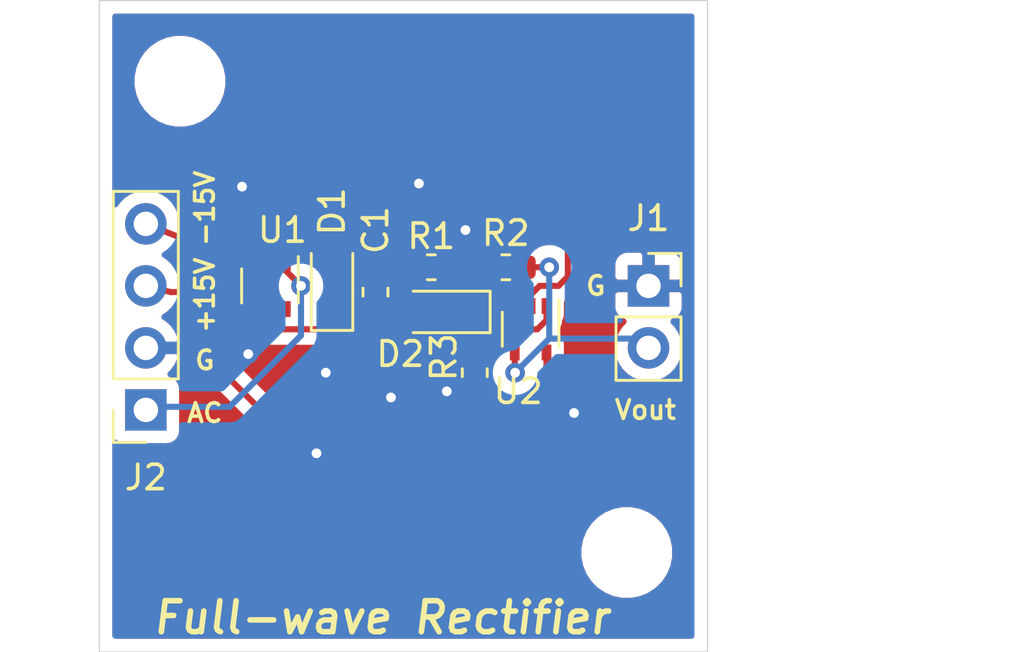
<source format=kicad_pcb>
(kicad_pcb (version 20171130) (host pcbnew 5.1.6-c6e7f7d~87~ubuntu18.04.1)

  (general
    (thickness 1.6)
    (drawings 13)
    (tracks 79)
    (zones 0)
    (modules 12)
    (nets 10)
  )

  (page A4)
  (layers
    (0 F.Cu signal)
    (31 B.Cu signal)
    (32 B.Adhes user)
    (33 F.Adhes user)
    (34 B.Paste user)
    (35 F.Paste user)
    (36 B.SilkS user hide)
    (37 F.SilkS user)
    (38 B.Mask user)
    (39 F.Mask user)
    (40 Dwgs.User user)
    (41 Cmts.User user)
    (42 Eco1.User user)
    (43 Eco2.User user hide)
    (44 Edge.Cuts user)
    (45 Margin user)
    (46 B.CrtYd user)
    (47 F.CrtYd user)
    (48 B.Fab user)
    (49 F.Fab user hide)
  )

  (setup
    (last_trace_width 0.25)
    (user_trace_width 0.254)
    (user_trace_width 0.381)
    (user_trace_width 0.508)
    (user_trace_width 0.635)
    (trace_clearance 0.2)
    (zone_clearance 0.508)
    (zone_45_only no)
    (trace_min 0.2)
    (via_size 0.8)
    (via_drill 0.4)
    (via_min_size 0.4)
    (via_min_drill 0.3)
    (uvia_size 0.3)
    (uvia_drill 0.1)
    (uvias_allowed no)
    (uvia_min_size 0.2)
    (uvia_min_drill 0.1)
    (edge_width 0.05)
    (segment_width 0.2)
    (pcb_text_width 0.3)
    (pcb_text_size 1.5 1.5)
    (mod_edge_width 0.12)
    (mod_text_size 1 1)
    (mod_text_width 0.15)
    (pad_size 1.524 1.524)
    (pad_drill 0.762)
    (pad_to_mask_clearance 0.05)
    (aux_axis_origin 0 0)
    (visible_elements FFFFFF7F)
    (pcbplotparams
      (layerselection 0x010fc_ffffffff)
      (usegerberextensions false)
      (usegerberattributes true)
      (usegerberadvancedattributes true)
      (creategerberjobfile true)
      (excludeedgelayer true)
      (linewidth 0.100000)
      (plotframeref false)
      (viasonmask false)
      (mode 1)
      (useauxorigin false)
      (hpglpennumber 1)
      (hpglpenspeed 20)
      (hpglpendiameter 15.000000)
      (psnegative false)
      (psa4output false)
      (plotreference true)
      (plotvalue true)
      (plotinvisibletext false)
      (padsonsilk false)
      (subtractmaskfromsilk false)
      (outputformat 1)
      (mirror false)
      (drillshape 0)
      (scaleselection 1)
      (outputdirectory "../production/gerbers"))
  )

  (net 0 "")
  (net 1 GND)
  (net 2 "Net-(D2-Pad1)")
  (net 3 /Vout)
  (net 4 "Net-(R1-Pad1)")
  (net 5 "Net-(C1-Pad2)")
  (net 6 "Net-(C1-Pad1)")
  (net 7 +15V)
  (net 8 -15V)
  (net 9 AC)

  (net_class Default "This is the default net class."
    (clearance 0.2)
    (trace_width 0.25)
    (via_dia 0.8)
    (via_drill 0.4)
    (uvia_dia 0.3)
    (uvia_drill 0.1)
    (add_net +15V)
    (add_net -15V)
    (add_net /Vout)
    (add_net AC)
    (add_net GND)
    (add_net "Net-(C1-Pad1)")
    (add_net "Net-(C1-Pad2)")
    (add_net "Net-(D2-Pad1)")
    (add_net "Net-(R1-Pad1)")
  )

  (module Connector_PinSocket_2.54mm:PinSocket_1x04_P2.54mm_Vertical (layer F.Cu) (tedit 5A19A429) (tstamp 61B0280B)
    (at 141.859 100.584 180)
    (descr "Through hole straight socket strip, 1x04, 2.54mm pitch, single row (from Kicad 4.0.7), script generated")
    (tags "Through hole socket strip THT 1x04 2.54mm single row")
    (path /61BCA5AE)
    (fp_text reference J2 (at 0 -2.77) (layer F.SilkS)
      (effects (font (size 1 1) (thickness 0.15)))
    )
    (fp_text value Conn_01x04 (at 0 10.39) (layer F.Fab)
      (effects (font (size 1 1) (thickness 0.15)))
    )
    (fp_text user %R (at 0 3.81 90) (layer F.Fab)
      (effects (font (size 1 1) (thickness 0.15)))
    )
    (fp_line (start -1.27 -1.27) (end 0.635 -1.27) (layer F.Fab) (width 0.1))
    (fp_line (start 0.635 -1.27) (end 1.27 -0.635) (layer F.Fab) (width 0.1))
    (fp_line (start 1.27 -0.635) (end 1.27 8.89) (layer F.Fab) (width 0.1))
    (fp_line (start 1.27 8.89) (end -1.27 8.89) (layer F.Fab) (width 0.1))
    (fp_line (start -1.27 8.89) (end -1.27 -1.27) (layer F.Fab) (width 0.1))
    (fp_line (start -1.33 1.27) (end 1.33 1.27) (layer F.SilkS) (width 0.12))
    (fp_line (start -1.33 1.27) (end -1.33 8.95) (layer F.SilkS) (width 0.12))
    (fp_line (start -1.33 8.95) (end 1.33 8.95) (layer F.SilkS) (width 0.12))
    (fp_line (start 1.33 1.27) (end 1.33 8.95) (layer F.SilkS) (width 0.12))
    (fp_line (start 1.33 -1.33) (end 1.33 0) (layer F.SilkS) (width 0.12))
    (fp_line (start 0 -1.33) (end 1.33 -1.33) (layer F.SilkS) (width 0.12))
    (fp_line (start -1.8 -1.8) (end 1.75 -1.8) (layer F.CrtYd) (width 0.05))
    (fp_line (start 1.75 -1.8) (end 1.75 9.4) (layer F.CrtYd) (width 0.05))
    (fp_line (start 1.75 9.4) (end -1.8 9.4) (layer F.CrtYd) (width 0.05))
    (fp_line (start -1.8 9.4) (end -1.8 -1.8) (layer F.CrtYd) (width 0.05))
    (pad 4 thru_hole oval (at 0 7.62 180) (size 1.7 1.7) (drill 1) (layers *.Cu *.Mask)
      (net 8 -15V))
    (pad 3 thru_hole oval (at 0 5.08 180) (size 1.7 1.7) (drill 1) (layers *.Cu *.Mask)
      (net 7 +15V))
    (pad 2 thru_hole oval (at 0 2.54 180) (size 1.7 1.7) (drill 1) (layers *.Cu *.Mask)
      (net 1 GND))
    (pad 1 thru_hole rect (at 0 0 180) (size 1.7 1.7) (drill 1) (layers *.Cu *.Mask)
      (net 9 AC))
  )

  (module Connector_PinSocket_2.54mm:PinSocket_1x02_P2.54mm_Vertical (layer F.Cu) (tedit 5A19A420) (tstamp 61B027F3)
    (at 162.433 95.504)
    (descr "Through hole straight socket strip, 1x02, 2.54mm pitch, single row (from Kicad 4.0.7), script generated")
    (tags "Through hole socket strip THT 1x02 2.54mm single row")
    (path /61BCBF8D)
    (fp_text reference J1 (at 0 -2.77) (layer F.SilkS)
      (effects (font (size 1 1) (thickness 0.15)))
    )
    (fp_text value Conn_01x02 (at 0 5.31) (layer F.Fab)
      (effects (font (size 1 1) (thickness 0.15)))
    )
    (fp_text user %R (at 0 1.27 90) (layer F.Fab)
      (effects (font (size 1 1) (thickness 0.15)))
    )
    (fp_line (start -1.27 -1.27) (end 0.635 -1.27) (layer F.Fab) (width 0.1))
    (fp_line (start 0.635 -1.27) (end 1.27 -0.635) (layer F.Fab) (width 0.1))
    (fp_line (start 1.27 -0.635) (end 1.27 3.81) (layer F.Fab) (width 0.1))
    (fp_line (start 1.27 3.81) (end -1.27 3.81) (layer F.Fab) (width 0.1))
    (fp_line (start -1.27 3.81) (end -1.27 -1.27) (layer F.Fab) (width 0.1))
    (fp_line (start -1.33 1.27) (end 1.33 1.27) (layer F.SilkS) (width 0.12))
    (fp_line (start -1.33 1.27) (end -1.33 3.87) (layer F.SilkS) (width 0.12))
    (fp_line (start -1.33 3.87) (end 1.33 3.87) (layer F.SilkS) (width 0.12))
    (fp_line (start 1.33 1.27) (end 1.33 3.87) (layer F.SilkS) (width 0.12))
    (fp_line (start 1.33 -1.33) (end 1.33 0) (layer F.SilkS) (width 0.12))
    (fp_line (start 0 -1.33) (end 1.33 -1.33) (layer F.SilkS) (width 0.12))
    (fp_line (start -1.8 -1.8) (end 1.75 -1.8) (layer F.CrtYd) (width 0.05))
    (fp_line (start 1.75 -1.8) (end 1.75 4.3) (layer F.CrtYd) (width 0.05))
    (fp_line (start 1.75 4.3) (end -1.8 4.3) (layer F.CrtYd) (width 0.05))
    (fp_line (start -1.8 4.3) (end -1.8 -1.8) (layer F.CrtYd) (width 0.05))
    (pad 2 thru_hole oval (at 0 2.54) (size 1.7 1.7) (drill 1) (layers *.Cu *.Mask)
      (net 3 /Vout))
    (pad 1 thru_hole rect (at 0 0) (size 1.7 1.7) (drill 1) (layers *.Cu *.Mask)
      (net 1 GND))
  )

  (module Package_TO_SOT_SMD:SOT-353_SC-70-5 (layer F.Cu) (tedit 5A02FF57) (tstamp 61B00F52)
    (at 157.607 97.282 270)
    (descr "SOT-353, SC-70-5")
    (tags "SOT-353 SC-70-5")
    (path /61B33768)
    (attr smd)
    (fp_text reference U2 (at 2.54 0.508 180) (layer F.SilkS)
      (effects (font (size 1 1) (thickness 0.15)))
    )
    (fp_text value TLV172IDCK (at 0 2 270) (layer F.Fab)
      (effects (font (size 1 1) (thickness 0.15)))
    )
    (fp_text user %R (at 0 0) (layer F.Fab)
      (effects (font (size 0.5 0.5) (thickness 0.075)))
    )
    (fp_line (start 0.7 -1.16) (end -1.2 -1.16) (layer F.SilkS) (width 0.12))
    (fp_line (start -0.7 1.16) (end 0.7 1.16) (layer F.SilkS) (width 0.12))
    (fp_line (start 1.6 1.4) (end 1.6 -1.4) (layer F.CrtYd) (width 0.05))
    (fp_line (start -1.6 -1.4) (end -1.6 1.4) (layer F.CrtYd) (width 0.05))
    (fp_line (start -1.6 -1.4) (end 1.6 -1.4) (layer F.CrtYd) (width 0.05))
    (fp_line (start 0.675 -1.1) (end -0.175 -1.1) (layer F.Fab) (width 0.1))
    (fp_line (start -0.675 -0.6) (end -0.675 1.1) (layer F.Fab) (width 0.1))
    (fp_line (start -1.6 1.4) (end 1.6 1.4) (layer F.CrtYd) (width 0.05))
    (fp_line (start 0.675 -1.1) (end 0.675 1.1) (layer F.Fab) (width 0.1))
    (fp_line (start 0.675 1.1) (end -0.675 1.1) (layer F.Fab) (width 0.1))
    (fp_line (start -0.175 -1.1) (end -0.675 -0.6) (layer F.Fab) (width 0.1))
    (pad 5 smd rect (at 0.95 -0.65 270) (size 0.65 0.4) (layers F.Cu F.Paste F.Mask)
      (net 7 +15V))
    (pad 4 smd rect (at 0.95 0.65 270) (size 0.65 0.4) (layers F.Cu F.Paste F.Mask)
      (net 3 /Vout))
    (pad 2 smd rect (at -0.95 0 270) (size 0.65 0.4) (layers F.Cu F.Paste F.Mask)
      (net 8 -15V))
    (pad 3 smd rect (at -0.95 0.65 270) (size 0.65 0.4) (layers F.Cu F.Paste F.Mask)
      (net 4 "Net-(R1-Pad1)"))
    (pad 1 smd rect (at -0.95 -0.65 270) (size 0.65 0.4) (layers F.Cu F.Paste F.Mask)
      (net 2 "Net-(D2-Pad1)"))
    (model ${KISYS3DMOD}/Package_TO_SOT_SMD.3dshapes/SOT-353_SC-70-5.wrl
      (at (xyz 0 0 0))
      (scale (xyz 1 1 1))
      (rotate (xyz 0 0 0))
    )
  )

  (module Package_TO_SOT_SMD:SOT-353_SC-70-5 (layer F.Cu) (tedit 5A02FF57) (tstamp 61B00F3D)
    (at 146.939 95.504 270)
    (descr "SOT-353, SC-70-5")
    (tags "SOT-353 SC-70-5")
    (path /61B02FE5)
    (attr smd)
    (fp_text reference U1 (at -2.286 -0.508 180) (layer F.SilkS)
      (effects (font (size 1 1) (thickness 0.15)))
    )
    (fp_text value TLV172IDCK (at 0 2 270) (layer F.Fab)
      (effects (font (size 1 1) (thickness 0.15)))
    )
    (fp_text user %R (at 0 0) (layer F.Fab)
      (effects (font (size 0.5 0.5) (thickness 0.075)))
    )
    (fp_line (start 0.7 -1.16) (end -1.2 -1.16) (layer F.SilkS) (width 0.12))
    (fp_line (start -0.7 1.16) (end 0.7 1.16) (layer F.SilkS) (width 0.12))
    (fp_line (start 1.6 1.4) (end 1.6 -1.4) (layer F.CrtYd) (width 0.05))
    (fp_line (start -1.6 -1.4) (end -1.6 1.4) (layer F.CrtYd) (width 0.05))
    (fp_line (start -1.6 -1.4) (end 1.6 -1.4) (layer F.CrtYd) (width 0.05))
    (fp_line (start 0.675 -1.1) (end -0.175 -1.1) (layer F.Fab) (width 0.1))
    (fp_line (start -0.675 -0.6) (end -0.675 1.1) (layer F.Fab) (width 0.1))
    (fp_line (start -1.6 1.4) (end 1.6 1.4) (layer F.CrtYd) (width 0.05))
    (fp_line (start 0.675 -1.1) (end 0.675 1.1) (layer F.Fab) (width 0.1))
    (fp_line (start 0.675 1.1) (end -0.675 1.1) (layer F.Fab) (width 0.1))
    (fp_line (start -0.175 -1.1) (end -0.675 -0.6) (layer F.Fab) (width 0.1))
    (pad 5 smd rect (at 0.95 -0.65 270) (size 0.65 0.4) (layers F.Cu F.Paste F.Mask)
      (net 7 +15V))
    (pad 4 smd rect (at 0.95 0.65 270) (size 0.65 0.4) (layers F.Cu F.Paste F.Mask)
      (net 5 "Net-(C1-Pad2)"))
    (pad 2 smd rect (at -0.95 0 270) (size 0.65 0.4) (layers F.Cu F.Paste F.Mask)
      (net 8 -15V))
    (pad 3 smd rect (at -0.95 0.65 270) (size 0.65 0.4) (layers F.Cu F.Paste F.Mask)
      (net 6 "Net-(C1-Pad1)"))
    (pad 1 smd rect (at -0.95 -0.65 270) (size 0.65 0.4) (layers F.Cu F.Paste F.Mask)
      (net 9 AC))
    (model ${KISYS3DMOD}/Package_TO_SOT_SMD.3dshapes/SOT-353_SC-70-5.wrl
      (at (xyz 0 0 0))
      (scale (xyz 1 1 1))
      (rotate (xyz 0 0 0))
    )
  )

  (module Diode_SMD:D_SOD-323_HandSoldering (layer F.Cu) (tedit 58641869) (tstamp 61B00EDC)
    (at 154.051 96.5708 180)
    (descr SOD-323)
    (tags SOD-323)
    (path /61B3C4F9)
    (attr smd)
    (fp_text reference D2 (at 1.778 -1.7272) (layer F.SilkS)
      (effects (font (size 1 1) (thickness 0.15)))
    )
    (fp_text value 1N4148 (at 0.1 1.9) (layer F.Fab)
      (effects (font (size 1 1) (thickness 0.15)))
    )
    (fp_text user %R (at 0 -1.85) (layer F.Fab)
      (effects (font (size 1 1) (thickness 0.15)))
    )
    (fp_line (start -1.9 -0.85) (end -1.9 0.85) (layer F.SilkS) (width 0.12))
    (fp_line (start 0.2 0) (end 0.45 0) (layer F.Fab) (width 0.1))
    (fp_line (start 0.2 0.35) (end -0.3 0) (layer F.Fab) (width 0.1))
    (fp_line (start 0.2 -0.35) (end 0.2 0.35) (layer F.Fab) (width 0.1))
    (fp_line (start -0.3 0) (end 0.2 -0.35) (layer F.Fab) (width 0.1))
    (fp_line (start -0.3 0) (end -0.5 0) (layer F.Fab) (width 0.1))
    (fp_line (start -0.3 -0.35) (end -0.3 0.35) (layer F.Fab) (width 0.1))
    (fp_line (start -0.9 0.7) (end -0.9 -0.7) (layer F.Fab) (width 0.1))
    (fp_line (start 0.9 0.7) (end -0.9 0.7) (layer F.Fab) (width 0.1))
    (fp_line (start 0.9 -0.7) (end 0.9 0.7) (layer F.Fab) (width 0.1))
    (fp_line (start -0.9 -0.7) (end 0.9 -0.7) (layer F.Fab) (width 0.1))
    (fp_line (start -2 -0.95) (end 2 -0.95) (layer F.CrtYd) (width 0.05))
    (fp_line (start 2 -0.95) (end 2 0.95) (layer F.CrtYd) (width 0.05))
    (fp_line (start -2 0.95) (end 2 0.95) (layer F.CrtYd) (width 0.05))
    (fp_line (start -2 -0.95) (end -2 0.95) (layer F.CrtYd) (width 0.05))
    (fp_line (start -1.9 0.85) (end 1.25 0.85) (layer F.SilkS) (width 0.12))
    (fp_line (start -1.9 -0.85) (end 1.25 -0.85) (layer F.SilkS) (width 0.12))
    (pad 2 smd rect (at 1.25 0 180) (size 1 1) (layers F.Cu F.Paste F.Mask)
      (net 5 "Net-(C1-Pad2)"))
    (pad 1 smd rect (at -1.25 0 180) (size 1 1) (layers F.Cu F.Paste F.Mask)
      (net 2 "Net-(D2-Pad1)"))
    (model ${KISYS3DMOD}/Diode_SMD.3dshapes/D_SOD-323.wrl
      (at (xyz 0 0 0))
      (scale (xyz 1 1 1))
      (rotate (xyz 0 0 0))
    )
  )

  (module Diode_SMD:D_SOD-323_HandSoldering (layer F.Cu) (tedit 58641869) (tstamp 61A9B59E)
    (at 149.479 95.4278 90)
    (descr SOD-323)
    (tags SOD-323)
    (path /61AB365B)
    (attr smd)
    (fp_text reference D1 (at 2.9718 0 90) (layer F.SilkS)
      (effects (font (size 1 1) (thickness 0.15)))
    )
    (fp_text value 1N4148 (at 0.1 1.9 90) (layer F.Fab)
      (effects (font (size 1 1) (thickness 0.15)))
    )
    (fp_line (start -1.9 -0.85) (end 1.25 -0.85) (layer F.SilkS) (width 0.12))
    (fp_line (start -1.9 0.85) (end 1.25 0.85) (layer F.SilkS) (width 0.12))
    (fp_line (start -2 -0.95) (end -2 0.95) (layer F.CrtYd) (width 0.05))
    (fp_line (start -2 0.95) (end 2 0.95) (layer F.CrtYd) (width 0.05))
    (fp_line (start 2 -0.95) (end 2 0.95) (layer F.CrtYd) (width 0.05))
    (fp_line (start -2 -0.95) (end 2 -0.95) (layer F.CrtYd) (width 0.05))
    (fp_line (start -0.9 -0.7) (end 0.9 -0.7) (layer F.Fab) (width 0.1))
    (fp_line (start 0.9 -0.7) (end 0.9 0.7) (layer F.Fab) (width 0.1))
    (fp_line (start 0.9 0.7) (end -0.9 0.7) (layer F.Fab) (width 0.1))
    (fp_line (start -0.9 0.7) (end -0.9 -0.7) (layer F.Fab) (width 0.1))
    (fp_line (start -0.3 -0.35) (end -0.3 0.35) (layer F.Fab) (width 0.1))
    (fp_line (start -0.3 0) (end -0.5 0) (layer F.Fab) (width 0.1))
    (fp_line (start -0.3 0) (end 0.2 -0.35) (layer F.Fab) (width 0.1))
    (fp_line (start 0.2 -0.35) (end 0.2 0.35) (layer F.Fab) (width 0.1))
    (fp_line (start 0.2 0.35) (end -0.3 0) (layer F.Fab) (width 0.1))
    (fp_line (start 0.2 0) (end 0.45 0) (layer F.Fab) (width 0.1))
    (fp_line (start -1.9 -0.85) (end -1.9 0.85) (layer F.SilkS) (width 0.12))
    (fp_text user %R (at 0 -1.85 90) (layer F.Fab)
      (effects (font (size 1 1) (thickness 0.15)))
    )
    (pad 2 smd rect (at 1.25 0 90) (size 1 1) (layers F.Cu F.Paste F.Mask)
      (net 6 "Net-(C1-Pad1)"))
    (pad 1 smd rect (at -1.25 0 90) (size 1 1) (layers F.Cu F.Paste F.Mask)
      (net 5 "Net-(C1-Pad2)"))
    (model ${KISYS3DMOD}/Diode_SMD.3dshapes/D_SOD-323.wrl
      (at (xyz 0 0 0))
      (scale (xyz 1 1 1))
      (rotate (xyz 0 0 0))
    )
  )

  (module Resistor_SMD:R_0603_1608Metric (layer F.Cu) (tedit 5B301BBD) (tstamp 61A9B668)
    (at 155.321 99.06 90)
    (descr "Resistor SMD 0603 (1608 Metric), square (rectangular) end terminal, IPC_7351 nominal, (Body size source: http://www.tortai-tech.com/upload/download/2011102023233369053.pdf), generated with kicad-footprint-generator")
    (tags resistor)
    (path /61ABCB93)
    (attr smd)
    (fp_text reference R3 (at 0.635 -1.27 90) (layer F.SilkS)
      (effects (font (size 1 1) (thickness 0.15)))
    )
    (fp_text value 1K (at 0 1.43 90) (layer F.Fab)
      (effects (font (size 1 1) (thickness 0.15)))
    )
    (fp_line (start 1.48 0.73) (end -1.48 0.73) (layer F.CrtYd) (width 0.05))
    (fp_line (start 1.48 -0.73) (end 1.48 0.73) (layer F.CrtYd) (width 0.05))
    (fp_line (start -1.48 -0.73) (end 1.48 -0.73) (layer F.CrtYd) (width 0.05))
    (fp_line (start -1.48 0.73) (end -1.48 -0.73) (layer F.CrtYd) (width 0.05))
    (fp_line (start -0.162779 0.51) (end 0.162779 0.51) (layer F.SilkS) (width 0.12))
    (fp_line (start -0.162779 -0.51) (end 0.162779 -0.51) (layer F.SilkS) (width 0.12))
    (fp_line (start 0.8 0.4) (end -0.8 0.4) (layer F.Fab) (width 0.1))
    (fp_line (start 0.8 -0.4) (end 0.8 0.4) (layer F.Fab) (width 0.1))
    (fp_line (start -0.8 -0.4) (end 0.8 -0.4) (layer F.Fab) (width 0.1))
    (fp_line (start -0.8 0.4) (end -0.8 -0.4) (layer F.Fab) (width 0.1))
    (fp_text user %R (at 0 0 90) (layer F.Fab)
      (effects (font (size 0.4 0.4) (thickness 0.06)))
    )
    (pad 2 smd roundrect (at 0.7875 0 90) (size 0.875 0.95) (layers F.Cu F.Paste F.Mask) (roundrect_rratio 0.25)
      (net 2 "Net-(D2-Pad1)"))
    (pad 1 smd roundrect (at -0.7875 0 90) (size 0.875 0.95) (layers F.Cu F.Paste F.Mask) (roundrect_rratio 0.25)
      (net 1 GND))
    (model ${KISYS3DMOD}/Resistor_SMD.3dshapes/R_0603_1608Metric.wrl
      (at (xyz 0 0 0))
      (scale (xyz 1 1 1))
      (rotate (xyz 0 0 0))
    )
  )

  (module Resistor_SMD:R_0603_1608Metric (layer F.Cu) (tedit 5B301BBD) (tstamp 61A9B637)
    (at 153.543 94.742 180)
    (descr "Resistor SMD 0603 (1608 Metric), square (rectangular) end terminal, IPC_7351 nominal, (Body size source: http://www.tortai-tech.com/upload/download/2011102023233369053.pdf), generated with kicad-footprint-generator")
    (tags resistor)
    (path /61B145D9)
    (attr smd)
    (fp_text reference R1 (at 0 1.27) (layer F.SilkS)
      (effects (font (size 1 1) (thickness 0.15)))
    )
    (fp_text value 1K (at 0 1.43) (layer F.Fab)
      (effects (font (size 1 1) (thickness 0.15)))
    )
    (fp_line (start 1.48 0.73) (end -1.48 0.73) (layer F.CrtYd) (width 0.05))
    (fp_line (start 1.48 -0.73) (end 1.48 0.73) (layer F.CrtYd) (width 0.05))
    (fp_line (start -1.48 -0.73) (end 1.48 -0.73) (layer F.CrtYd) (width 0.05))
    (fp_line (start -1.48 0.73) (end -1.48 -0.73) (layer F.CrtYd) (width 0.05))
    (fp_line (start -0.162779 0.51) (end 0.162779 0.51) (layer F.SilkS) (width 0.12))
    (fp_line (start -0.162779 -0.51) (end 0.162779 -0.51) (layer F.SilkS) (width 0.12))
    (fp_line (start 0.8 0.4) (end -0.8 0.4) (layer F.Fab) (width 0.1))
    (fp_line (start 0.8 -0.4) (end 0.8 0.4) (layer F.Fab) (width 0.1))
    (fp_line (start -0.8 -0.4) (end 0.8 -0.4) (layer F.Fab) (width 0.1))
    (fp_line (start -0.8 0.4) (end -0.8 -0.4) (layer F.Fab) (width 0.1))
    (fp_text user %R (at 0 0) (layer F.Fab)
      (effects (font (size 0.4 0.4) (thickness 0.06)))
    )
    (pad 2 smd roundrect (at 0.7875 0 180) (size 0.875 0.95) (layers F.Cu F.Paste F.Mask) (roundrect_rratio 0.25)
      (net 6 "Net-(C1-Pad1)"))
    (pad 1 smd roundrect (at -0.7875 0 180) (size 0.875 0.95) (layers F.Cu F.Paste F.Mask) (roundrect_rratio 0.25)
      (net 4 "Net-(R1-Pad1)"))
    (model ${KISYS3DMOD}/Resistor_SMD.3dshapes/R_0603_1608Metric.wrl
      (at (xyz 0 0 0))
      (scale (xyz 1 1 1))
      (rotate (xyz 0 0 0))
    )
  )

  (module Capacitor_SMD:C_0603_1608Metric (layer F.Cu) (tedit 5B301BBE) (tstamp 61A8F661)
    (at 151.257 95.758 270)
    (descr "Capacitor SMD 0603 (1608 Metric), square (rectangular) end terminal, IPC_7351 nominal, (Body size source: http://www.tortai-tech.com/upload/download/2011102023233369053.pdf), generated with kicad-footprint-generator")
    (tags capacitor)
    (path /61A9D282)
    (attr smd)
    (fp_text reference C1 (at -2.54 0 270) (layer F.SilkS)
      (effects (font (size 1 1) (thickness 0.15)))
    )
    (fp_text value 47pF (at 0 1.43 90) (layer F.Fab)
      (effects (font (size 1 1) (thickness 0.15)))
    )
    (fp_line (start -0.8 0.4) (end -0.8 -0.4) (layer F.Fab) (width 0.1))
    (fp_line (start -0.8 -0.4) (end 0.8 -0.4) (layer F.Fab) (width 0.1))
    (fp_line (start 0.8 -0.4) (end 0.8 0.4) (layer F.Fab) (width 0.1))
    (fp_line (start 0.8 0.4) (end -0.8 0.4) (layer F.Fab) (width 0.1))
    (fp_line (start -0.162779 -0.51) (end 0.162779 -0.51) (layer F.SilkS) (width 0.12))
    (fp_line (start -0.162779 0.51) (end 0.162779 0.51) (layer F.SilkS) (width 0.12))
    (fp_line (start -1.48 0.73) (end -1.48 -0.73) (layer F.CrtYd) (width 0.05))
    (fp_line (start -1.48 -0.73) (end 1.48 -0.73) (layer F.CrtYd) (width 0.05))
    (fp_line (start 1.48 -0.73) (end 1.48 0.73) (layer F.CrtYd) (width 0.05))
    (fp_line (start 1.48 0.73) (end -1.48 0.73) (layer F.CrtYd) (width 0.05))
    (fp_text user %R (at 0 0 90) (layer F.Fab)
      (effects (font (size 0.4 0.4) (thickness 0.06)))
    )
    (pad 2 smd roundrect (at 0.7875 0 270) (size 0.875 0.95) (layers F.Cu F.Paste F.Mask) (roundrect_rratio 0.25)
      (net 5 "Net-(C1-Pad2)"))
    (pad 1 smd roundrect (at -0.7875 0 270) (size 0.875 0.95) (layers F.Cu F.Paste F.Mask) (roundrect_rratio 0.25)
      (net 6 "Net-(C1-Pad1)"))
    (model ${KISYS3DMOD}/Capacitor_SMD.3dshapes/C_0603_1608Metric.wrl
      (at (xyz 0 0 0))
      (scale (xyz 1 1 1))
      (rotate (xyz 0 0 0))
    )
  )

  (module MountingHole:MountingHole_2.7mm_M2.5 (layer F.Cu) (tedit 56D1B4CB) (tstamp 61A8CCDD)
    (at 161.544 106.426)
    (descr "Mounting Hole 2.7mm, no annular, M2.5")
    (tags "mounting hole 2.7mm no annular m2.5")
    (path /61B14D6F)
    (attr virtual)
    (fp_text reference H2 (at -4.064 2.286) (layer F.SilkS) hide
      (effects (font (size 1 1) (thickness 0.15)))
    )
    (fp_text value MountingHole (at 0 3.7) (layer F.Fab)
      (effects (font (size 1 1) (thickness 0.15)))
    )
    (fp_circle (center 0 0) (end 2.95 0) (layer F.CrtYd) (width 0.05))
    (fp_circle (center 0 0) (end 2.7 0) (layer Cmts.User) (width 0.15))
    (fp_text user %R (at 0.3 0) (layer F.Fab)
      (effects (font (size 1 1) (thickness 0.15)))
    )
    (pad 1 np_thru_hole circle (at 0 0) (size 2.7 2.7) (drill 2.7) (layers *.Cu *.Mask))
  )

  (module MountingHole:MountingHole_2.7mm_M2.5 (layer F.Cu) (tedit 56D1B4CB) (tstamp 61A8D2F5)
    (at 143.256 87.122)
    (descr "Mounting Hole 2.7mm, no annular, M2.5")
    (tags "mounting hole 2.7mm no annular m2.5")
    (path /61B1347B)
    (attr virtual)
    (fp_text reference H1 (at 0 -3.7) (layer F.SilkS) hide
      (effects (font (size 1 1) (thickness 0.15)))
    )
    (fp_text value MountingHole (at 0 3.7) (layer F.Fab)
      (effects (font (size 1 1) (thickness 0.15)))
    )
    (fp_circle (center 0 0) (end 2.95 0) (layer F.CrtYd) (width 0.05))
    (fp_circle (center 0 0) (end 2.7 0) (layer Cmts.User) (width 0.15))
    (fp_text user %R (at 0.3 0) (layer F.Fab)
      (effects (font (size 1 1) (thickness 0.15)))
    )
    (pad 1 np_thru_hole circle (at 0 0) (size 2.7 2.7) (drill 2.7) (layers *.Cu *.Mask))
  )

  (module Resistor_SMD:R_0603_1608Metric (layer F.Cu) (tedit 5B301BBD) (tstamp 61A8D784)
    (at 156.591 94.742 180)
    (descr "Resistor SMD 0603 (1608 Metric), square (rectangular) end terminal, IPC_7351 nominal, (Body size source: http://www.tortai-tech.com/upload/download/2011102023233369053.pdf), generated with kicad-footprint-generator")
    (tags resistor)
    (path /61AFAEA8)
    (attr smd)
    (fp_text reference R2 (at 0 1.397) (layer F.SilkS)
      (effects (font (size 1 1) (thickness 0.15)))
    )
    (fp_text value 1K (at 0 1.43) (layer F.Fab)
      (effects (font (size 1 1) (thickness 0.15)))
    )
    (fp_line (start 1.48 0.73) (end -1.48 0.73) (layer F.CrtYd) (width 0.05))
    (fp_line (start 1.48 -0.73) (end 1.48 0.73) (layer F.CrtYd) (width 0.05))
    (fp_line (start -1.48 -0.73) (end 1.48 -0.73) (layer F.CrtYd) (width 0.05))
    (fp_line (start -1.48 0.73) (end -1.48 -0.73) (layer F.CrtYd) (width 0.05))
    (fp_line (start -0.162779 0.51) (end 0.162779 0.51) (layer F.SilkS) (width 0.12))
    (fp_line (start -0.162779 -0.51) (end 0.162779 -0.51) (layer F.SilkS) (width 0.12))
    (fp_line (start 0.8 0.4) (end -0.8 0.4) (layer F.Fab) (width 0.1))
    (fp_line (start 0.8 -0.4) (end 0.8 0.4) (layer F.Fab) (width 0.1))
    (fp_line (start -0.8 -0.4) (end 0.8 -0.4) (layer F.Fab) (width 0.1))
    (fp_line (start -0.8 0.4) (end -0.8 -0.4) (layer F.Fab) (width 0.1))
    (fp_text user %R (at 0 0) (layer F.Fab)
      (effects (font (size 0.4 0.4) (thickness 0.06)))
    )
    (pad 2 smd roundrect (at 0.7875 0 180) (size 0.875 0.95) (layers F.Cu F.Paste F.Mask) (roundrect_rratio 0.25)
      (net 4 "Net-(R1-Pad1)"))
    (pad 1 smd roundrect (at -0.7875 0 180) (size 0.875 0.95) (layers F.Cu F.Paste F.Mask) (roundrect_rratio 0.25)
      (net 3 /Vout))
    (model ${KISYS3DMOD}/Resistor_SMD.3dshapes/R_0603_1608Metric.wrl
      (at (xyz 0 0 0))
      (scale (xyz 1 1 1))
      (rotate (xyz 0 0 0))
    )
  )

  (gr_text G (at 160.274 95.504) (layer F.SilkS) (tstamp 61B02F46)
    (effects (font (size 0.762 0.762) (thickness 0.15)))
  )
  (gr_text Vout (at 162.306 100.584) (layer F.SilkS) (tstamp 61B02F41)
    (effects (font (size 0.762 0.762) (thickness 0.15)))
  )
  (gr_text G (at 144.272 98.552) (layer F.SilkS) (tstamp 61B02CC2)
    (effects (font (size 0.762 0.762) (thickness 0.15)))
  )
  (gr_text -15V (at 144.272 92.329 90) (layer F.SilkS) (tstamp 61B02CBE)
    (effects (font (size 0.762 0.762) (thickness 0.15)))
  )
  (gr_text +15V (at 144.272 95.885 90) (layer F.SilkS) (tstamp 61B02CB9)
    (effects (font (size 0.762 0.762) (thickness 0.15)))
  )
  (gr_text "Full-wave Rectifier" (at 151.511 109.093) (layer F.SilkS)
    (effects (font (size 1.27 1.27) (thickness 0.2286) italic))
  )
  (gr_text "12/6/2021\n" (at 159.4866 85.5726) (layer F.Mask) (tstamp 61A8E1A5)
    (effects (font (size 1 1) (thickness 0.15) italic))
  )
  (gr_text "JF Saraceno" (at 144.78 109.22) (layer B.Mask) (tstamp 61A8E090)
    (effects (font (size 1 1) (thickness 0.15) italic) (justify mirror))
  )
  (gr_text AC (at 144.272 100.711) (layer F.SilkS) (tstamp 61A8DF49)
    (effects (font (size 0.762 0.762) (thickness 0.15)))
  )
  (gr_line (start 164.846 83.82) (end 139.954 83.82) (layer Edge.Cuts) (width 0.05))
  (gr_line (start 164.846 110.49) (end 164.846 83.82) (layer Edge.Cuts) (width 0.05))
  (gr_line (start 139.954 110.49) (end 164.846 110.49) (layer Edge.Cuts) (width 0.05))
  (gr_line (start 139.954 83.82) (end 139.954 110.49) (layer Edge.Cuts) (width 0.05))

  (via (at 154.178 99.822) (size 0.8) (drill 0.4) (layers F.Cu B.Cu) (net 1))
  (segment (start 154.2035 99.8475) (end 154.178 99.822) (width 0.25) (layer F.Cu) (net 1))
  (segment (start 155.321 99.8475) (end 154.2035 99.8475) (width 0.25) (layer F.Cu) (net 1))
  (via (at 146.05 98.298) (size 0.8) (drill 0.4) (layers F.Cu B.Cu) (net 1))
  (via (at 149.225 99.06) (size 0.8) (drill 0.4) (layers F.Cu B.Cu) (net 1))
  (via (at 153.035 91.313) (size 0.8) (drill 0.4) (layers F.Cu B.Cu) (net 1))
  (via (at 154.94 93.218) (size 0.8) (drill 0.4) (layers F.Cu B.Cu) (net 1))
  (via (at 145.796 91.44) (size 0.8) (drill 0.4) (layers F.Cu B.Cu) (net 1))
  (via (at 159.385 100.711) (size 0.8) (drill 0.4) (layers F.Cu B.Cu) (net 1))
  (via (at 151.892 100.076) (size 0.8) (drill 0.4) (layers F.Cu B.Cu) (net 1))
  (via (at 148.844 102.362) (size 0.8) (drill 0.4) (layers F.Cu B.Cu) (net 1))
  (via (at 148.209 95.504) (size 0.8) (drill 0.4) (layers F.Cu B.Cu) (net 9))
  (via (at 156.972 99.06) (size 0.8) (drill 0.4) (layers F.Cu B.Cu) (net 3))
  (via (at 158.369 94.742) (size 0.8) (drill 0.4) (layers F.Cu B.Cu) (net 3))
  (segment (start 158.257 96.907) (end 157.882 97.282) (width 0.25) (layer F.Cu) (net 2))
  (segment (start 158.257 96.332) (end 158.257 96.907) (width 0.25) (layer F.Cu) (net 2))
  (segment (start 156.0122 97.282) (end 155.301 96.5708) (width 0.25) (layer F.Cu) (net 2))
  (segment (start 157.882 97.282) (end 156.0122 97.282) (width 0.25) (layer F.Cu) (net 2))
  (segment (start 155.301 98.2525) (end 155.321 98.2725) (width 0.25) (layer F.Cu) (net 2))
  (segment (start 155.301 96.5708) (end 155.301 98.2525) (width 0.25) (layer F.Cu) (net 2))
  (segment (start 158.369 94.742) (end 157.3785 94.742) (width 0.25) (layer F.Cu) (net 3))
  (segment (start 158.369 97.663) (end 156.972 99.06) (width 0.25) (layer B.Cu) (net 3))
  (segment (start 158.369 94.742) (end 158.369 97.663) (width 0.25) (layer B.Cu) (net 3))
  (segment (start 156.957 99.045) (end 156.972 99.06) (width 0.25) (layer F.Cu) (net 3))
  (segment (start 156.957 98.232) (end 156.957 99.045) (width 0.25) (layer F.Cu) (net 3))
  (segment (start 162.052 97.663) (end 162.433 98.044) (width 0.25) (layer B.Cu) (net 3))
  (segment (start 158.369 97.663) (end 162.179 97.663) (width 0.25) (layer B.Cu) (net 3))
  (segment (start 155.8035 94.742) (end 155.829 94.742) (width 0.25) (layer F.Cu) (net 4))
  (segment (start 156.957 95.87) (end 156.957 96.332) (width 0.25) (layer F.Cu) (net 4))
  (segment (start 155.829 94.742) (end 156.957 95.87) (width 0.25) (layer F.Cu) (net 4))
  (segment (start 155.8035 94.742) (end 154.3305 94.742) (width 0.25) (layer F.Cu) (net 4))
  (segment (start 151.2823 96.5708) (end 151.257 96.5455) (width 0.25) (layer F.Cu) (net 5))
  (segment (start 152.801 96.5708) (end 151.2823 96.5708) (width 0.25) (layer F.Cu) (net 5))
  (segment (start 149.6113 96.5455) (end 149.479 96.6778) (width 0.25) (layer F.Cu) (net 5))
  (segment (start 151.257 96.5455) (end 149.6113 96.5455) (width 0.25) (layer F.Cu) (net 5))
  (segment (start 146.289 96.454) (end 146.289 96.886) (width 0.25) (layer F.Cu) (net 5))
  (segment (start 146.289 96.886) (end 146.685 97.282) (width 0.25) (layer F.Cu) (net 5))
  (segment (start 148.8748 97.282) (end 149.479 96.6778) (width 0.25) (layer F.Cu) (net 5))
  (segment (start 146.685 97.282) (end 148.8748 97.282) (width 0.25) (layer F.Cu) (net 5))
  (segment (start 151.4855 94.742) (end 151.257 94.9705) (width 0.25) (layer F.Cu) (net 6))
  (segment (start 152.7555 94.742) (end 151.4855 94.742) (width 0.25) (layer F.Cu) (net 6))
  (segment (start 150.4643 94.1778) (end 151.257 94.9705) (width 0.25) (layer F.Cu) (net 6))
  (segment (start 149.479 94.1778) (end 150.4643 94.1778) (width 0.25) (layer F.Cu) (net 6))
  (segment (start 149.3108 94.346) (end 149.479 94.1778) (width 0.25) (layer F.Cu) (net 6))
  (segment (start 146.289 94.554) (end 146.289 93.868) (width 0.25) (layer F.Cu) (net 6))
  (segment (start 146.289 93.868) (end 146.685 93.472) (width 0.25) (layer F.Cu) (net 6))
  (segment (start 149.4228 94.1778) (end 149.479 94.1778) (width 0.25) (layer F.Cu) (net 6))
  (segment (start 146.685 93.472) (end 148.717 93.472) (width 0.25) (layer F.Cu) (net 6))
  (segment (start 148.717 93.472) (end 149.4228 94.1778) (width 0.25) (layer F.Cu) (net 6))
  (segment (start 145.034 95.758) (end 145.034 99.06) (width 0.25) (layer F.Cu) (net 7))
  (segment (start 146.893 95.758) (end 145.034 95.758) (width 0.25) (layer F.Cu) (net 7))
  (segment (start 147.589 96.454) (end 146.893 95.758) (width 0.25) (layer F.Cu) (net 7))
  (segment (start 158.257 98.948) (end 158.257 98.232) (width 0.25) (layer F.Cu) (net 7))
  (segment (start 157.353 101.092) (end 158.257 100.188) (width 0.25) (layer F.Cu) (net 7))
  (segment (start 145.034 99.06) (end 147.066 101.092) (width 0.25) (layer F.Cu) (net 7))
  (segment (start 158.257 100.188) (end 158.257 98.948) (width 0.25) (layer F.Cu) (net 7))
  (segment (start 147.066 101.092) (end 157.353 101.092) (width 0.25) (layer F.Cu) (net 7))
  (segment (start 142.875 95.758) (end 141.859 95.504) (width 0.25) (layer F.Cu) (net 7))
  (segment (start 145.034 95.758) (end 142.875 95.758) (width 0.25) (layer F.Cu) (net 7))
  (segment (start 143.129 93.472) (end 141.859 92.964) (width 0.25) (layer F.Cu) (net 8))
  (segment (start 145.034 93.472) (end 143.129 93.472) (width 0.25) (layer F.Cu) (net 8))
  (segment (start 146.05 92.456) (end 145.034 93.472) (width 0.25) (layer F.Cu) (net 8))
  (segment (start 158.242 92.456) (end 146.05 92.456) (width 0.25) (layer F.Cu) (net 8))
  (segment (start 157.607 95.871998) (end 157.974998 95.504) (width 0.25) (layer F.Cu) (net 8))
  (segment (start 157.607 96.332) (end 157.607 95.871998) (width 0.25) (layer F.Cu) (net 8))
  (segment (start 159.131 95.123) (end 159.131 93.345) (width 0.25) (layer F.Cu) (net 8))
  (segment (start 157.974998 95.504) (end 158.75 95.504) (width 0.25) (layer F.Cu) (net 8))
  (segment (start 158.75 95.504) (end 159.131 95.123) (width 0.25) (layer F.Cu) (net 8))
  (segment (start 159.131 93.345) (end 158.242 92.456) (width 0.25) (layer F.Cu) (net 8))
  (segment (start 146.939 95.014002) (end 146.939 94.554) (width 0.25) (layer F.Cu) (net 8))
  (segment (start 145.034 93.472) (end 145.034 95.25) (width 0.25) (layer F.Cu) (net 8))
  (segment (start 146.703002 95.25) (end 146.939 95.014002) (width 0.25) (layer F.Cu) (net 8))
  (segment (start 145.034 95.25) (end 146.703002 95.25) (width 0.25) (layer F.Cu) (net 8))
  (segment (start 147.589 94.884) (end 148.209 95.504) (width 0.25) (layer F.Cu) (net 9))
  (segment (start 147.589 94.554) (end 147.589 94.884) (width 0.25) (layer F.Cu) (net 9))
  (segment (start 142.748 100.457) (end 141.859 100.584) (width 0.25) (layer B.Cu) (net 9))
  (segment (start 145.288 100.457) (end 142.748 100.457) (width 0.25) (layer B.Cu) (net 9))
  (segment (start 148.209 95.504) (end 148.209 97.536) (width 0.25) (layer B.Cu) (net 9))
  (segment (start 148.209 97.536) (end 145.288 100.457) (width 0.25) (layer B.Cu) (net 9))

  (zone (net 1) (net_name GND) (layer F.Cu) (tstamp 61B02F12) (hatch edge 0.508)
    (connect_pads (clearance 0.508))
    (min_thickness 0.254)
    (fill yes (arc_segments 32) (thermal_gap 0.508) (thermal_bridge_width 0.508))
    (polygon
      (pts
        (xy 177.8 110.49) (xy 135.89 110.49) (xy 135.89 83.82) (xy 177.8 83.82)
      )
    )
    (filled_polygon
      (pts
        (xy 164.186 109.83) (xy 140.614 109.83) (xy 140.614 106.230495) (xy 159.559 106.230495) (xy 159.559 106.621505)
        (xy 159.635282 107.005003) (xy 159.784915 107.36625) (xy 160.002149 107.691364) (xy 160.278636 107.967851) (xy 160.60375 108.185085)
        (xy 160.964997 108.334718) (xy 161.348495 108.411) (xy 161.739505 108.411) (xy 162.123003 108.334718) (xy 162.48425 108.185085)
        (xy 162.809364 107.967851) (xy 163.085851 107.691364) (xy 163.303085 107.36625) (xy 163.452718 107.005003) (xy 163.529 106.621505)
        (xy 163.529 106.230495) (xy 163.452718 105.846997) (xy 163.303085 105.48575) (xy 163.085851 105.160636) (xy 162.809364 104.884149)
        (xy 162.48425 104.666915) (xy 162.123003 104.517282) (xy 161.739505 104.441) (xy 161.348495 104.441) (xy 160.964997 104.517282)
        (xy 160.60375 104.666915) (xy 160.278636 104.884149) (xy 160.002149 105.160636) (xy 159.784915 105.48575) (xy 159.635282 105.846997)
        (xy 159.559 106.230495) (xy 140.614 106.230495) (xy 140.614 101.931295) (xy 140.654506 101.964537) (xy 140.76482 102.023502)
        (xy 140.884518 102.059812) (xy 141.009 102.072072) (xy 142.709 102.072072) (xy 142.833482 102.059812) (xy 142.95318 102.023502)
        (xy 143.063494 101.964537) (xy 143.160185 101.885185) (xy 143.239537 101.788494) (xy 143.298502 101.67818) (xy 143.334812 101.558482)
        (xy 143.347072 101.434) (xy 143.347072 99.734) (xy 143.334812 99.609518) (xy 143.298502 99.48982) (xy 143.239537 99.379506)
        (xy 143.160185 99.282815) (xy 143.063494 99.203463) (xy 142.95318 99.144498) (xy 142.872534 99.120034) (xy 142.956588 99.044269)
        (xy 143.130641 98.81092) (xy 143.255825 98.548099) (xy 143.300476 98.40089) (xy 143.179155 98.171) (xy 141.986 98.171)
        (xy 141.986 98.191) (xy 141.732 98.191) (xy 141.732 98.171) (xy 141.712 98.171) (xy 141.712 97.917)
        (xy 141.732 97.917) (xy 141.732 97.897) (xy 141.986 97.897) (xy 141.986 97.917) (xy 143.179155 97.917)
        (xy 143.300476 97.68711) (xy 143.255825 97.539901) (xy 143.130641 97.27708) (xy 142.956588 97.043731) (xy 142.740355 96.848822)
        (xy 142.623466 96.779195) (xy 142.805632 96.657475) (xy 142.945107 96.518) (xy 144.274 96.518) (xy 144.274001 99.022668)
        (xy 144.270324 99.06) (xy 144.274001 99.097333) (xy 144.284998 99.208986) (xy 144.294481 99.240247) (xy 144.328454 99.352246)
        (xy 144.399026 99.484276) (xy 144.457891 99.556002) (xy 144.494 99.600001) (xy 144.522998 99.623799) (xy 146.502201 101.603003)
        (xy 146.525999 101.632001) (xy 146.554997 101.655799) (xy 146.641723 101.726974) (xy 146.756818 101.788494) (xy 146.773753 101.797546)
        (xy 146.917014 101.841003) (xy 147.028667 101.852) (xy 147.028677 101.852) (xy 147.066 101.855676) (xy 147.103323 101.852)
        (xy 157.315678 101.852) (xy 157.353 101.855676) (xy 157.390322 101.852) (xy 157.390333 101.852) (xy 157.501986 101.841003)
        (xy 157.645247 101.797546) (xy 157.777276 101.726974) (xy 157.893001 101.632001) (xy 157.916803 101.602998) (xy 158.768004 100.751798)
        (xy 158.797001 100.728001) (xy 158.869637 100.639494) (xy 158.891974 100.612277) (xy 158.962546 100.480247) (xy 158.990997 100.386454)
        (xy 159.006003 100.336986) (xy 159.017 100.225333) (xy 159.017 100.225324) (xy 159.020676 100.188001) (xy 159.017 100.150678)
        (xy 159.017 98.856373) (xy 159.046502 98.80118) (xy 159.082812 98.681482) (xy 159.095072 98.557) (xy 159.095072 97.907)
        (xy 159.082812 97.782518) (xy 159.046502 97.66282) (xy 158.987537 97.552506) (xy 158.908185 97.455815) (xy 158.837425 97.397744)
        (xy 158.891974 97.331276) (xy 158.962546 97.199247) (xy 159.006003 97.055986) (xy 159.015546 96.959093) (xy 159.046502 96.90118)
        (xy 159.082812 96.781482) (xy 159.095072 96.657) (xy 159.095072 96.354) (xy 160.944928 96.354) (xy 160.957188 96.478482)
        (xy 160.993498 96.59818) (xy 161.052463 96.708494) (xy 161.131815 96.805185) (xy 161.228506 96.884537) (xy 161.33882 96.943502)
        (xy 161.41138 96.965513) (xy 161.279525 97.097368) (xy 161.11701 97.340589) (xy 161.005068 97.610842) (xy 160.948 97.89774)
        (xy 160.948 98.19026) (xy 161.005068 98.477158) (xy 161.11701 98.747411) (xy 161.279525 98.990632) (xy 161.486368 99.197475)
        (xy 161.729589 99.35999) (xy 161.999842 99.471932) (xy 162.28674 99.529) (xy 162.57926 99.529) (xy 162.866158 99.471932)
        (xy 163.136411 99.35999) (xy 163.379632 99.197475) (xy 163.586475 98.990632) (xy 163.74899 98.747411) (xy 163.860932 98.477158)
        (xy 163.918 98.19026) (xy 163.918 97.89774) (xy 163.860932 97.610842) (xy 163.74899 97.340589) (xy 163.586475 97.097368)
        (xy 163.45462 96.965513) (xy 163.52718 96.943502) (xy 163.637494 96.884537) (xy 163.734185 96.805185) (xy 163.813537 96.708494)
        (xy 163.872502 96.59818) (xy 163.908812 96.478482) (xy 163.921072 96.354) (xy 163.918 95.78975) (xy 163.75925 95.631)
        (xy 162.56 95.631) (xy 162.56 95.651) (xy 162.306 95.651) (xy 162.306 95.631) (xy 161.10675 95.631)
        (xy 160.948 95.78975) (xy 160.944928 96.354) (xy 159.095072 96.354) (xy 159.095072 96.18131) (xy 159.174276 96.138974)
        (xy 159.290001 96.044001) (xy 159.313804 96.014997) (xy 159.641998 95.686803) (xy 159.671001 95.663001) (xy 159.765974 95.547276)
        (xy 159.836546 95.415247) (xy 159.880003 95.271986) (xy 159.891 95.160333) (xy 159.891 95.160324) (xy 159.894676 95.123001)
        (xy 159.891 95.085678) (xy 159.891 94.654) (xy 160.944928 94.654) (xy 160.948 95.21825) (xy 161.10675 95.377)
        (xy 162.306 95.377) (xy 162.306 94.17775) (xy 162.56 94.17775) (xy 162.56 95.377) (xy 163.75925 95.377)
        (xy 163.918 95.21825) (xy 163.921072 94.654) (xy 163.908812 94.529518) (xy 163.872502 94.40982) (xy 163.813537 94.299506)
        (xy 163.734185 94.202815) (xy 163.637494 94.123463) (xy 163.52718 94.064498) (xy 163.407482 94.028188) (xy 163.283 94.015928)
        (xy 162.71875 94.019) (xy 162.56 94.17775) (xy 162.306 94.17775) (xy 162.14725 94.019) (xy 161.583 94.015928)
        (xy 161.458518 94.028188) (xy 161.33882 94.064498) (xy 161.228506 94.123463) (xy 161.131815 94.202815) (xy 161.052463 94.299506)
        (xy 160.993498 94.40982) (xy 160.957188 94.529518) (xy 160.944928 94.654) (xy 159.891 94.654) (xy 159.891 93.382323)
        (xy 159.894676 93.345) (xy 159.891 93.307677) (xy 159.891 93.307667) (xy 159.880003 93.196014) (xy 159.836546 93.052753)
        (xy 159.765974 92.920724) (xy 159.671001 92.804999) (xy 159.642003 92.781201) (xy 158.805803 91.945002) (xy 158.782001 91.915999)
        (xy 158.666276 91.821026) (xy 158.534247 91.750454) (xy 158.390986 91.706997) (xy 158.279333 91.696) (xy 158.279322 91.696)
        (xy 158.242 91.692324) (xy 158.204678 91.696) (xy 146.087322 91.696) (xy 146.05 91.692324) (xy 146.012677 91.696)
        (xy 146.012667 91.696) (xy 145.901014 91.706997) (xy 145.757753 91.750454) (xy 145.625723 91.821026) (xy 145.542083 91.889668)
        (xy 145.509999 91.915999) (xy 145.486201 91.944997) (xy 144.719199 92.712) (xy 143.322967 92.712) (xy 143.286932 92.530842)
        (xy 143.17499 92.260589) (xy 143.012475 92.017368) (xy 142.805632 91.810525) (xy 142.562411 91.64801) (xy 142.292158 91.536068)
        (xy 142.00526 91.479) (xy 141.71274 91.479) (xy 141.425842 91.536068) (xy 141.155589 91.64801) (xy 140.912368 91.810525)
        (xy 140.705525 92.017368) (xy 140.614 92.154345) (xy 140.614 86.926495) (xy 141.271 86.926495) (xy 141.271 87.317505)
        (xy 141.347282 87.701003) (xy 141.496915 88.06225) (xy 141.714149 88.387364) (xy 141.990636 88.663851) (xy 142.31575 88.881085)
        (xy 142.676997 89.030718) (xy 143.060495 89.107) (xy 143.451505 89.107) (xy 143.835003 89.030718) (xy 144.19625 88.881085)
        (xy 144.521364 88.663851) (xy 144.797851 88.387364) (xy 145.015085 88.06225) (xy 145.164718 87.701003) (xy 145.241 87.317505)
        (xy 145.241 86.926495) (xy 145.164718 86.542997) (xy 145.015085 86.18175) (xy 144.797851 85.856636) (xy 144.521364 85.580149)
        (xy 144.19625 85.362915) (xy 143.835003 85.213282) (xy 143.451505 85.137) (xy 143.060495 85.137) (xy 142.676997 85.213282)
        (xy 142.31575 85.362915) (xy 141.990636 85.580149) (xy 141.714149 85.856636) (xy 141.496915 86.18175) (xy 141.347282 86.542997)
        (xy 141.271 86.926495) (xy 140.614 86.926495) (xy 140.614 84.48) (xy 164.186001 84.48)
      )
    )
    (filled_polygon
      (pts
        (xy 153.944592 95.838608) (xy 154.11175 95.855072) (xy 154.202867 95.855072) (xy 154.175188 95.946318) (xy 154.162928 96.0708)
        (xy 154.162928 97.0708) (xy 154.175188 97.195282) (xy 154.211498 97.31498) (xy 154.270463 97.425294) (xy 154.349815 97.521985)
        (xy 154.378652 97.545651) (xy 154.352329 97.577725) (xy 154.27315 97.725858) (xy 154.224392 97.886592) (xy 154.207928 98.05375)
        (xy 154.207928 98.49125) (xy 154.224392 98.658408) (xy 154.27315 98.819142) (xy 154.352329 98.967275) (xy 154.3701 98.98893)
        (xy 154.315463 99.055506) (xy 154.256498 99.16582) (xy 154.220188 99.285518) (xy 154.207928 99.41) (xy 154.211 99.56175)
        (xy 154.36975 99.7205) (xy 155.194 99.7205) (xy 155.194 99.7005) (xy 155.448 99.7005) (xy 155.448 99.7205)
        (xy 155.468 99.7205) (xy 155.468 99.9745) (xy 155.448 99.9745) (xy 155.448 99.9945) (xy 155.194 99.9945)
        (xy 155.194 99.9745) (xy 154.36975 99.9745) (xy 154.211 100.13325) (xy 154.207928 100.285) (xy 154.212557 100.332)
        (xy 147.380802 100.332) (xy 145.794 98.745199) (xy 145.794 97.465801) (xy 146.121196 97.792997) (xy 146.144999 97.822001)
        (xy 146.260724 97.916974) (xy 146.303342 97.939754) (xy 146.392753 97.987546) (xy 146.536014 98.031003) (xy 146.685 98.045677)
        (xy 146.722333 98.042) (xy 148.837478 98.042) (xy 148.8748 98.045676) (xy 148.912122 98.042) (xy 148.912133 98.042)
        (xy 149.023786 98.031003) (xy 149.167047 97.987546) (xy 149.299076 97.916974) (xy 149.414801 97.822001) (xy 149.419831 97.815872)
        (xy 149.979 97.815872) (xy 150.103482 97.803612) (xy 150.22318 97.767302) (xy 150.333494 97.708337) (xy 150.430185 97.628985)
        (xy 150.509537 97.532294) (xy 150.536037 97.482717) (xy 150.672858 97.55585) (xy 150.833592 97.604608) (xy 151.00075 97.621072)
        (xy 151.51325 97.621072) (xy 151.680408 97.604608) (xy 151.841142 97.55585) (xy 151.871383 97.539686) (xy 151.946506 97.601337)
        (xy 152.05682 97.660302) (xy 152.176518 97.696612) (xy 152.301 97.708872) (xy 153.301 97.708872) (xy 153.425482 97.696612)
        (xy 153.54518 97.660302) (xy 153.655494 97.601337) (xy 153.752185 97.521985) (xy 153.831537 97.425294) (xy 153.890502 97.31498)
        (xy 153.926812 97.195282) (xy 153.939072 97.0708) (xy 153.939072 96.0708) (xy 153.926812 95.946318) (xy 153.890502 95.82662)
        (xy 153.887682 95.821345)
      )
    )
    (filled_polygon
      (pts
        (xy 158.371001 93.659803) (xy 158.371001 93.707) (xy 158.267061 93.707) (xy 158.067102 93.746774) (xy 158.04259 93.756927)
        (xy 157.925142 93.69415) (xy 157.764408 93.645392) (xy 157.59725 93.628928) (xy 157.15975 93.628928) (xy 156.992592 93.645392)
        (xy 156.831858 93.69415) (xy 156.683725 93.773329) (xy 156.591 93.849426) (xy 156.498275 93.773329) (xy 156.350142 93.69415)
        (xy 156.189408 93.645392) (xy 156.02225 93.628928) (xy 155.58475 93.628928) (xy 155.417592 93.645392) (xy 155.256858 93.69415)
        (xy 155.108725 93.773329) (xy 155.067 93.807572) (xy 155.025275 93.773329) (xy 154.877142 93.69415) (xy 154.716408 93.645392)
        (xy 154.54925 93.628928) (xy 154.11175 93.628928) (xy 153.944592 93.645392) (xy 153.783858 93.69415) (xy 153.635725 93.773329)
        (xy 153.543 93.849426) (xy 153.450275 93.773329) (xy 153.302142 93.69415) (xy 153.141408 93.645392) (xy 152.97425 93.628928)
        (xy 152.53675 93.628928) (xy 152.369592 93.645392) (xy 152.208858 93.69415) (xy 152.060725 93.773329) (xy 151.930885 93.879885)
        (xy 151.857735 93.969019) (xy 151.841142 93.96015) (xy 151.680408 93.911392) (xy 151.51325 93.894928) (xy 151.256229 93.894928)
        (xy 151.028103 93.666802) (xy 151.004301 93.637799) (xy 150.888576 93.542826) (xy 150.756547 93.472254) (xy 150.613286 93.428797)
        (xy 150.563292 93.423873) (xy 150.509537 93.323306) (xy 150.430185 93.226615) (xy 150.417251 93.216) (xy 157.927199 93.216)
      )
    )
  )
  (zone (net 1) (net_name GND) (layer B.Cu) (tstamp 61B02F0F) (hatch edge 0.508)
    (connect_pads (clearance 0.508))
    (min_thickness 0.254)
    (fill yes (arc_segments 32) (thermal_gap 0.508) (thermal_bridge_width 0.508))
    (polygon
      (pts
        (xy 177.8 110.49) (xy 135.89 110.49) (xy 135.89 83.82) (xy 177.8 83.82)
      )
    )
    (filled_polygon
      (pts
        (xy 164.186 109.83) (xy 140.614 109.83) (xy 140.614 106.230495) (xy 159.559 106.230495) (xy 159.559 106.621505)
        (xy 159.635282 107.005003) (xy 159.784915 107.36625) (xy 160.002149 107.691364) (xy 160.278636 107.967851) (xy 160.60375 108.185085)
        (xy 160.964997 108.334718) (xy 161.348495 108.411) (xy 161.739505 108.411) (xy 162.123003 108.334718) (xy 162.48425 108.185085)
        (xy 162.809364 107.967851) (xy 163.085851 107.691364) (xy 163.303085 107.36625) (xy 163.452718 107.005003) (xy 163.529 106.621505)
        (xy 163.529 106.230495) (xy 163.452718 105.846997) (xy 163.303085 105.48575) (xy 163.085851 105.160636) (xy 162.809364 104.884149)
        (xy 162.48425 104.666915) (xy 162.123003 104.517282) (xy 161.739505 104.441) (xy 161.348495 104.441) (xy 160.964997 104.517282)
        (xy 160.60375 104.666915) (xy 160.278636 104.884149) (xy 160.002149 105.160636) (xy 159.784915 105.48575) (xy 159.635282 105.846997)
        (xy 159.559 106.230495) (xy 140.614 106.230495) (xy 140.614 101.931295) (xy 140.654506 101.964537) (xy 140.76482 102.023502)
        (xy 140.884518 102.059812) (xy 141.009 102.072072) (xy 142.709 102.072072) (xy 142.833482 102.059812) (xy 142.95318 102.023502)
        (xy 143.063494 101.964537) (xy 143.160185 101.885185) (xy 143.239537 101.788494) (xy 143.298502 101.67818) (xy 143.334812 101.558482)
        (xy 143.347072 101.434) (xy 143.347072 101.217) (xy 145.250678 101.217) (xy 145.288 101.220676) (xy 145.325322 101.217)
        (xy 145.325333 101.217) (xy 145.436986 101.206003) (xy 145.580247 101.162546) (xy 145.712276 101.091974) (xy 145.828001 100.997001)
        (xy 145.851804 100.967997) (xy 147.86174 98.958061) (xy 155.937 98.958061) (xy 155.937 99.161939) (xy 155.976774 99.361898)
        (xy 156.054795 99.550256) (xy 156.168063 99.719774) (xy 156.312226 99.863937) (xy 156.481744 99.977205) (xy 156.670102 100.055226)
        (xy 156.870061 100.095) (xy 157.073939 100.095) (xy 157.273898 100.055226) (xy 157.462256 99.977205) (xy 157.631774 99.863937)
        (xy 157.775937 99.719774) (xy 157.889205 99.550256) (xy 157.967226 99.361898) (xy 158.007 99.161939) (xy 158.007 99.099801)
        (xy 158.683802 98.423) (xy 160.994295 98.423) (xy 161.005068 98.477158) (xy 161.11701 98.747411) (xy 161.279525 98.990632)
        (xy 161.486368 99.197475) (xy 161.729589 99.35999) (xy 161.999842 99.471932) (xy 162.28674 99.529) (xy 162.57926 99.529)
        (xy 162.866158 99.471932) (xy 163.136411 99.35999) (xy 163.379632 99.197475) (xy 163.586475 98.990632) (xy 163.74899 98.747411)
        (xy 163.860932 98.477158) (xy 163.918 98.19026) (xy 163.918 97.89774) (xy 163.860932 97.610842) (xy 163.74899 97.340589)
        (xy 163.586475 97.097368) (xy 163.45462 96.965513) (xy 163.52718 96.943502) (xy 163.637494 96.884537) (xy 163.734185 96.805185)
        (xy 163.813537 96.708494) (xy 163.872502 96.59818) (xy 163.908812 96.478482) (xy 163.921072 96.354) (xy 163.918 95.78975)
        (xy 163.75925 95.631) (xy 162.56 95.631) (xy 162.56 95.651) (xy 162.306 95.651) (xy 162.306 95.631)
        (xy 161.10675 95.631) (xy 160.948 95.78975) (xy 160.944928 96.354) (xy 160.957188 96.478482) (xy 160.993498 96.59818)
        (xy 161.052463 96.708494) (xy 161.131815 96.805185) (xy 161.228506 96.884537) (xy 161.263047 96.903) (xy 159.129 96.903)
        (xy 159.129 95.445711) (xy 159.172937 95.401774) (xy 159.286205 95.232256) (xy 159.364226 95.043898) (xy 159.404 94.843939)
        (xy 159.404 94.654) (xy 160.944928 94.654) (xy 160.948 95.21825) (xy 161.10675 95.377) (xy 162.306 95.377)
        (xy 162.306 94.17775) (xy 162.56 94.17775) (xy 162.56 95.377) (xy 163.75925 95.377) (xy 163.918 95.21825)
        (xy 163.921072 94.654) (xy 163.908812 94.529518) (xy 163.872502 94.40982) (xy 163.813537 94.299506) (xy 163.734185 94.202815)
        (xy 163.637494 94.123463) (xy 163.52718 94.064498) (xy 163.407482 94.028188) (xy 163.283 94.015928) (xy 162.71875 94.019)
        (xy 162.56 94.17775) (xy 162.306 94.17775) (xy 162.14725 94.019) (xy 161.583 94.015928) (xy 161.458518 94.028188)
        (xy 161.33882 94.064498) (xy 161.228506 94.123463) (xy 161.131815 94.202815) (xy 161.052463 94.299506) (xy 160.993498 94.40982)
        (xy 160.957188 94.529518) (xy 160.944928 94.654) (xy 159.404 94.654) (xy 159.404 94.640061) (xy 159.364226 94.440102)
        (xy 159.286205 94.251744) (xy 159.172937 94.082226) (xy 159.028774 93.938063) (xy 158.859256 93.824795) (xy 158.670898 93.746774)
        (xy 158.470939 93.707) (xy 158.267061 93.707) (xy 158.067102 93.746774) (xy 157.878744 93.824795) (xy 157.709226 93.938063)
        (xy 157.565063 94.082226) (xy 157.451795 94.251744) (xy 157.373774 94.440102) (xy 157.334 94.640061) (xy 157.334 94.843939)
        (xy 157.373774 95.043898) (xy 157.451795 95.232256) (xy 157.565063 95.401774) (xy 157.609 95.445711) (xy 157.609001 97.348197)
        (xy 156.932199 98.025) (xy 156.870061 98.025) (xy 156.670102 98.064774) (xy 156.481744 98.142795) (xy 156.312226 98.256063)
        (xy 156.168063 98.400226) (xy 156.054795 98.569744) (xy 155.976774 98.758102) (xy 155.937 98.958061) (xy 147.86174 98.958061)
        (xy 148.720003 98.099799) (xy 148.749001 98.076001) (xy 148.843974 97.960276) (xy 148.914546 97.828247) (xy 148.958003 97.684986)
        (xy 148.969 97.573333) (xy 148.969 97.573323) (xy 148.972676 97.536) (xy 148.969 97.498677) (xy 148.969 96.207711)
        (xy 149.012937 96.163774) (xy 149.126205 95.994256) (xy 149.204226 95.805898) (xy 149.244 95.605939) (xy 149.244 95.402061)
        (xy 149.204226 95.202102) (xy 149.126205 95.013744) (xy 149.012937 94.844226) (xy 148.868774 94.700063) (xy 148.699256 94.586795)
        (xy 148.510898 94.508774) (xy 148.310939 94.469) (xy 148.107061 94.469) (xy 147.907102 94.508774) (xy 147.718744 94.586795)
        (xy 147.549226 94.700063) (xy 147.405063 94.844226) (xy 147.291795 95.013744) (xy 147.213774 95.202102) (xy 147.174 95.402061)
        (xy 147.174 95.605939) (xy 147.213774 95.805898) (xy 147.291795 95.994256) (xy 147.405063 96.163774) (xy 147.449 96.207711)
        (xy 147.449001 97.221197) (xy 144.973199 99.697) (xy 143.343428 99.697) (xy 143.334812 99.609518) (xy 143.298502 99.48982)
        (xy 143.239537 99.379506) (xy 143.160185 99.282815) (xy 143.063494 99.203463) (xy 142.95318 99.144498) (xy 142.872534 99.120034)
        (xy 142.956588 99.044269) (xy 143.130641 98.81092) (xy 143.255825 98.548099) (xy 143.300476 98.40089) (xy 143.179155 98.171)
        (xy 141.986 98.171) (xy 141.986 98.191) (xy 141.732 98.191) (xy 141.732 98.171) (xy 141.712 98.171)
        (xy 141.712 97.917) (xy 141.732 97.917) (xy 141.732 97.897) (xy 141.986 97.897) (xy 141.986 97.917)
        (xy 143.179155 97.917) (xy 143.300476 97.68711) (xy 143.255825 97.539901) (xy 143.130641 97.27708) (xy 142.956588 97.043731)
        (xy 142.740355 96.848822) (xy 142.623466 96.779195) (xy 142.805632 96.657475) (xy 143.012475 96.450632) (xy 143.17499 96.207411)
        (xy 143.286932 95.937158) (xy 143.344 95.65026) (xy 143.344 95.35774) (xy 143.286932 95.070842) (xy 143.17499 94.800589)
        (xy 143.012475 94.557368) (xy 142.805632 94.350525) (xy 142.63124 94.234) (xy 142.805632 94.117475) (xy 143.012475 93.910632)
        (xy 143.17499 93.667411) (xy 143.286932 93.397158) (xy 143.344 93.11026) (xy 143.344 92.81774) (xy 143.286932 92.530842)
        (xy 143.17499 92.260589) (xy 143.012475 92.017368) (xy 142.805632 91.810525) (xy 142.562411 91.64801) (xy 142.292158 91.536068)
        (xy 142.00526 91.479) (xy 141.71274 91.479) (xy 141.425842 91.536068) (xy 141.155589 91.64801) (xy 140.912368 91.810525)
        (xy 140.705525 92.017368) (xy 140.614 92.154345) (xy 140.614 86.926495) (xy 141.271 86.926495) (xy 141.271 87.317505)
        (xy 141.347282 87.701003) (xy 141.496915 88.06225) (xy 141.714149 88.387364) (xy 141.990636 88.663851) (xy 142.31575 88.881085)
        (xy 142.676997 89.030718) (xy 143.060495 89.107) (xy 143.451505 89.107) (xy 143.835003 89.030718) (xy 144.19625 88.881085)
        (xy 144.521364 88.663851) (xy 144.797851 88.387364) (xy 145.015085 88.06225) (xy 145.164718 87.701003) (xy 145.241 87.317505)
        (xy 145.241 86.926495) (xy 145.164718 86.542997) (xy 145.015085 86.18175) (xy 144.797851 85.856636) (xy 144.521364 85.580149)
        (xy 144.19625 85.362915) (xy 143.835003 85.213282) (xy 143.451505 85.137) (xy 143.060495 85.137) (xy 142.676997 85.213282)
        (xy 142.31575 85.362915) (xy 141.990636 85.580149) (xy 141.714149 85.856636) (xy 141.496915 86.18175) (xy 141.347282 86.542997)
        (xy 141.271 86.926495) (xy 140.614 86.926495) (xy 140.614 84.48) (xy 164.186001 84.48)
      )
    )
  )
)

</source>
